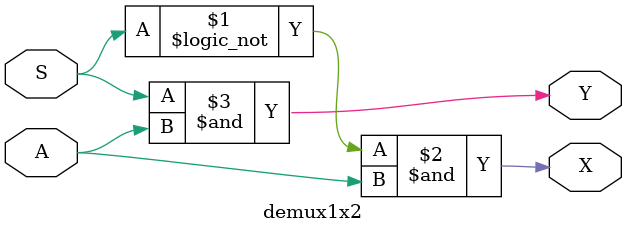
<source format=v>
module demux1x2(input A, S, output X, Y);

	and And0(X, !S, A);
	and And1(Y, S, A);
	
endmodule

</source>
